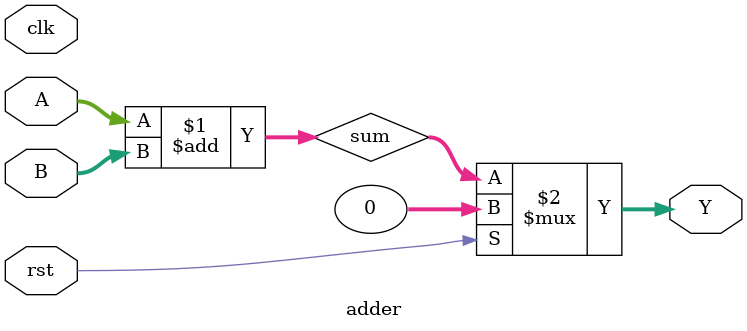
<source format=v>
module adder (
    input clk,
    input rst,
    input [31:0] A,
    input [31:0] B,
    output [31:0] Y
);

    wire [31:0] sum;

    assign sum = A + B;

    assign Y = rst ? 0 : sum;

endmodule
</source>
